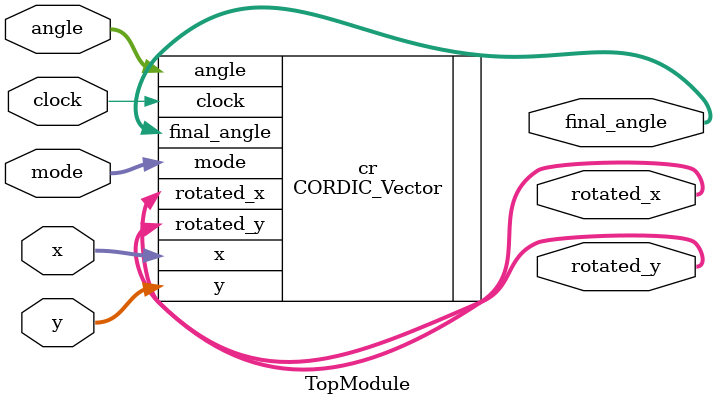
<source format=v>
`include "CONSTANTS.v"

module TopModule(input clock,
    input signed [31:0] x,
    input signed [31:0] y,
    input signed [31:0] angle,
    input [1:0] mode,
    output wire signed [31:0] rotated_x,
    output wire signed [31:0] rotated_y,
    output wire signed [31:0] final_angle);



CORDIC_Vector #(17) cr  (.clock(clock),.x(x) ,.y(y) , .angle(angle) , .mode(mode) , .rotated_x(rotated_x) , .rotated_y(rotated_y) , .final_angle(final_angle));


endmodule
</source>
